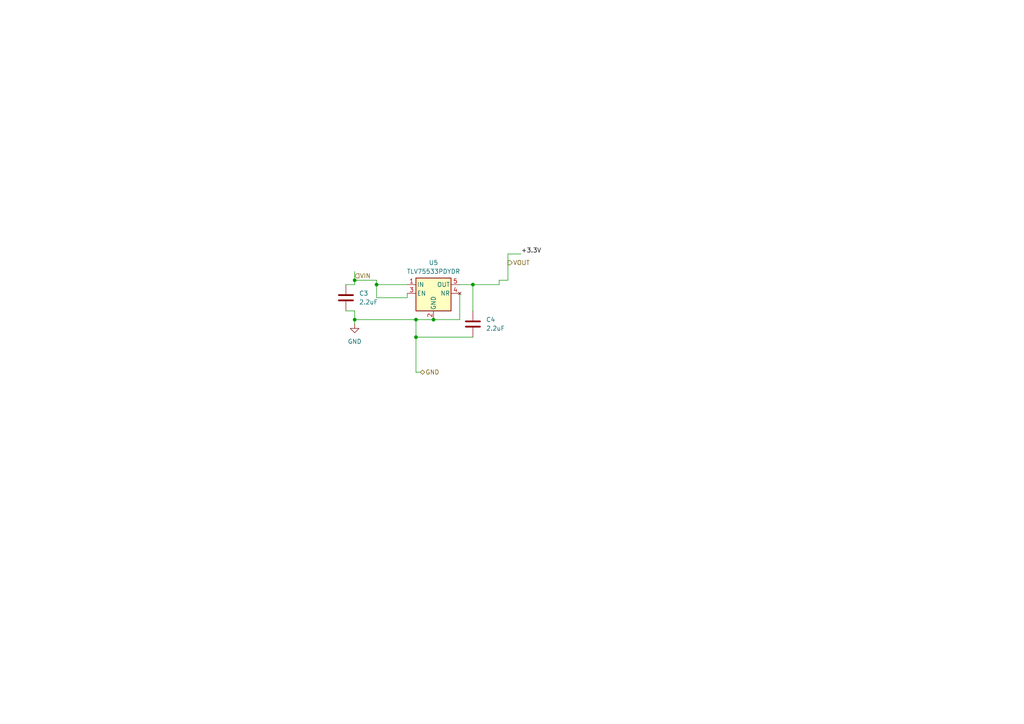
<source format=kicad_sch>
(kicad_sch (version 20250114) (generator "eeschema") (generator_version "9.0")
  (paper "A4")
  (lib_symbols
    (symbol "Device:C" (pin_numbers (hide yes)) (pin_names (offset 0.254))
      (property "Reference" "C" (at 0.635 2.54 0))
      (property "Value" "C" (at 0.635 -2.54 0))
      (symbol "C_0_1"
        (polyline (pts (xy -2.032 0.762) (xy 2.032 0.762)) (stroke (width 0.508)))
        (polyline (pts (xy -2.032 -0.762) (xy 2.032 -0.762)) (stroke (width 0.508)))
      )
      (symbol "C_1_1"
        (pin passive line (at 0 3.81 270) (length 2.794) (name "~") (number "1"))
        (pin passive line (at 0 -3.81 90) (length 2.794) (name "~") (number "2"))
      )
    )
    (symbol "Regulator_Linear:TLV74333PDBVR" (pin_names (offset 0.254))
      (property "Reference" "U" (at -3.81 5.715 0))
      (property "Value" "TLV74333PDBVR" (at 0 5.715 0))
      (symbol "TLV74333PDBVR_1_1"
        (rectangle (start -5.08 4.445) (end 5.08 -5.08) (stroke (width 0.254)) (fill (type background)))
        (pin power_in line (at -7.62 2.54 0) (length 2.54) (name "IN") (number "1"))
        (pin input line (at -7.62 0 0) (length 2.54) (name "EN") (number "3"))
        (pin power_in line (at 0 -7.62 90) (length 2.54) (name "GND") (number "2"))
        (pin power_out line (at 7.62 2.54 180) (length 2.54) (name "OUT") (number "5"))
        (pin no_connect line (at 7.62 0 180) (length 2.54) (name "NR") (number "4"))
      )
    )
    (symbol "power:GND" (power) (pin_numbers (hide yes)) (pin_names (offset 0) (hide yes))
      (property "Value" "GND" (at 0 -3.81 0))
      (symbol "GND_0_1"
        (polyline (pts (xy 0 0) (xy 0 -1.27) (xy 1.27 -1.27) (xy 0 -2.54) (xy -1.27 -1.27) (xy 0 -1.27)))
      )
      (symbol "GND_1_1"
        (pin power_in line (at 0 0 270) (length 0) (name "~") (number "1"))
      )
    )
  )
  (junction (at 120.65 92.71))
  (junction (at 125.73 92.71))
  (junction (at 120.65 97.79))
  (junction (at 102.87 81.28))
  (junction (at 102.87 92.71))
  (junction (at 109.22 82.55))
  (junction (at 137.16 82.55))
  (wire (pts (xy 137.16 82.55) (xy 137.16 90.17)))
  (wire (pts (xy 109.22 82.55) (xy 109.22 86.36)))
  (wire (pts (xy 102.87 81.28) (xy 109.22 81.28)))
  (wire (pts (xy 133.35 85.09) (xy 133.35 92.71)))
  (wire (pts (xy 147.32 73.66) (xy 147.32 81.28)))
  (wire (pts (xy 137.16 97.79) (xy 120.65 97.79)))
  (wire (pts (xy 137.16 82.55) (xy 144.78 82.55)))
  (wire (pts (xy 147.32 81.28) (xy 144.78 81.28)))
  (wire (pts (xy 120.65 92.71) (xy 120.65 97.79)))
  (wire (pts (xy 118.11 86.36) (xy 118.11 85.09)))
  (wire (pts (xy 144.78 82.55) (xy 144.78 81.28)))
  (wire (pts (xy 100.33 90.17) (xy 102.87 90.17)))
  (wire (pts (xy 109.22 86.36) (xy 118.11 86.36)))
  (wire (pts (xy 109.22 82.55) (xy 118.11 82.55)))
  (wire (pts (xy 102.87 90.17) (xy 102.87 92.71)))
  (wire (pts (xy 102.87 92.71) (xy 102.87 93.98)))
  (wire (pts (xy 125.73 92.71) (xy 133.35 92.71)))
  (wire (pts (xy 100.33 82.55) (xy 102.87 82.55)))
  (wire (pts (xy 102.87 92.71) (xy 120.65 92.71)))
  (wire (pts (xy 133.35 82.55) (xy 137.16 82.55)))
  (wire (pts (xy 120.65 107.95) (xy 120.65 97.79)))
  (wire (pts (xy 102.87 82.55) (xy 102.87 81.28)))
  (wire (pts (xy 102.87 78.74) (xy 102.87 81.28)))
  (wire (pts (xy 120.65 92.71) (xy 125.73 92.71)))
  (wire (pts (xy 109.22 81.28) (xy 109.22 82.55)))
  (wire (pts (xy 147.32 73.66) (xy 151.13 73.66)))
  (wire (pts (xy 121.92 107.95) (xy 120.65 107.95)))
  (label "+3.3V" (at 151.13 73.66 0))
  (hierarchical_label "VIN" (shape input) (at 102.87 80.01 0))
  (hierarchical_label "GND" (shape bidirectional) (at 121.92 107.95 0))
  (hierarchical_label "VOUT" (shape output) (at 147.32 76.2 0))
  (symbol (lib_id "Device:C") (at 137.16 93.98 0) (unit 1)
    (property "Reference" "C4" (at 140.97 92.7099 0) (effects (justify left)))
    (property "Value" "2.2uF" (at 140.97 95.2499 0) (effects (justify left)))
    (property "Footprint" "Capacitor_SMD:C_1206_3216Metric" (effects (hide yes)))
    (property "Description" "Unpolarized capacitor" (effects (hide yes)))
  )
  (symbol (lib_id "Device:C") (at 100.33 86.36 0) (unit 1)
    (property "Reference" "C3" (at 104.14 85.0899 0) (effects (justify left)))
    (property "Value" "2.2uF" (at 104.14 87.6299 0) (effects (justify left)))
    (property "Footprint" "Capacitor_SMD:C_1206_3216Metric" (effects (hide yes)))
    (property "Description" "Unpolarized capacitor" (effects (hide yes)))
  )
  (symbol (lib_id "Regulator_Linear:TLV74333PDBVR") (at 125.73 85.09 0) (unit 1)
    (property "Reference" "U5" (at 125.73 76.2 0))
    (property "Value" "TLV75533PDYDR" (at 125.73 78.74 0))
    (property "Footprint" "Package_TO_SOT_SMD:SOT-23-5" (effects (hide yes)))
    (property "Datasheet" "http://www.ti.com/lit/ds/symlink/tps79333-ep.pdf" (effects (hide yes)))
    (property "Description" "200mA UltraLow-Noise, High-Precision, Fast RF, Low Drop-out Voltage Regulator, Fixed Output 1.8V, SOT-23" (effects (hide yes)))
  )
  (symbol (lib_id "power:GND") (at 102.87 93.98 0) (unit 1)
    (property "Reference" "#PWR09" (effects (hide yes)))
    (property "Value" "GND" (at 102.87 99.06 0))
    (property "Description" "Power symbol creates a global label with name \"GND\" , ground" (effects (hide yes)))
  )
)
</source>
